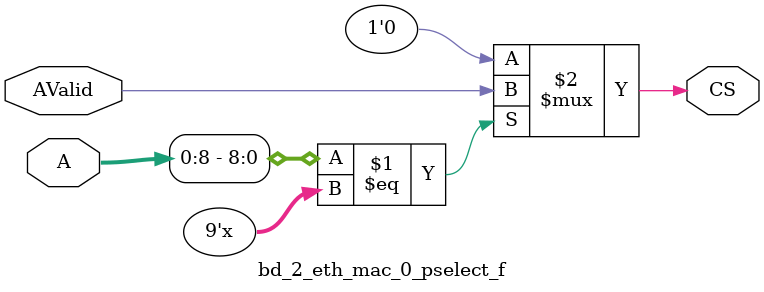
<source format=v>
`timescale 1 ps/1 ps

module bd_2_eth_mac_0_pselect_f ( A, AValid, CS) ;

parameter C_AB  = 9;
parameter C_AW  = 32;
parameter [0:C_AW - 1] C_BAR =  'bz;
parameter C_FAMILY  = "nofamily";
input[0:C_AW-1] A; 
input AValid; 
output CS; 
wire CS;
parameter [0:C_AB-1]BAR = C_BAR[0:C_AB-1];

//----------------------------------------------------------------------------
// Build a behavioral decoder
//----------------------------------------------------------------------------
generate
if (C_AB > 0) begin : XST_WA
assign CS = (A[0:C_AB - 1] == BAR[0:C_AB - 1]) ? AValid : 1'b0 ;
end
endgenerate

generate
if (C_AB == 0) begin : PASS_ON_GEN
assign CS = AValid ;
end
endgenerate
endmodule

</source>
